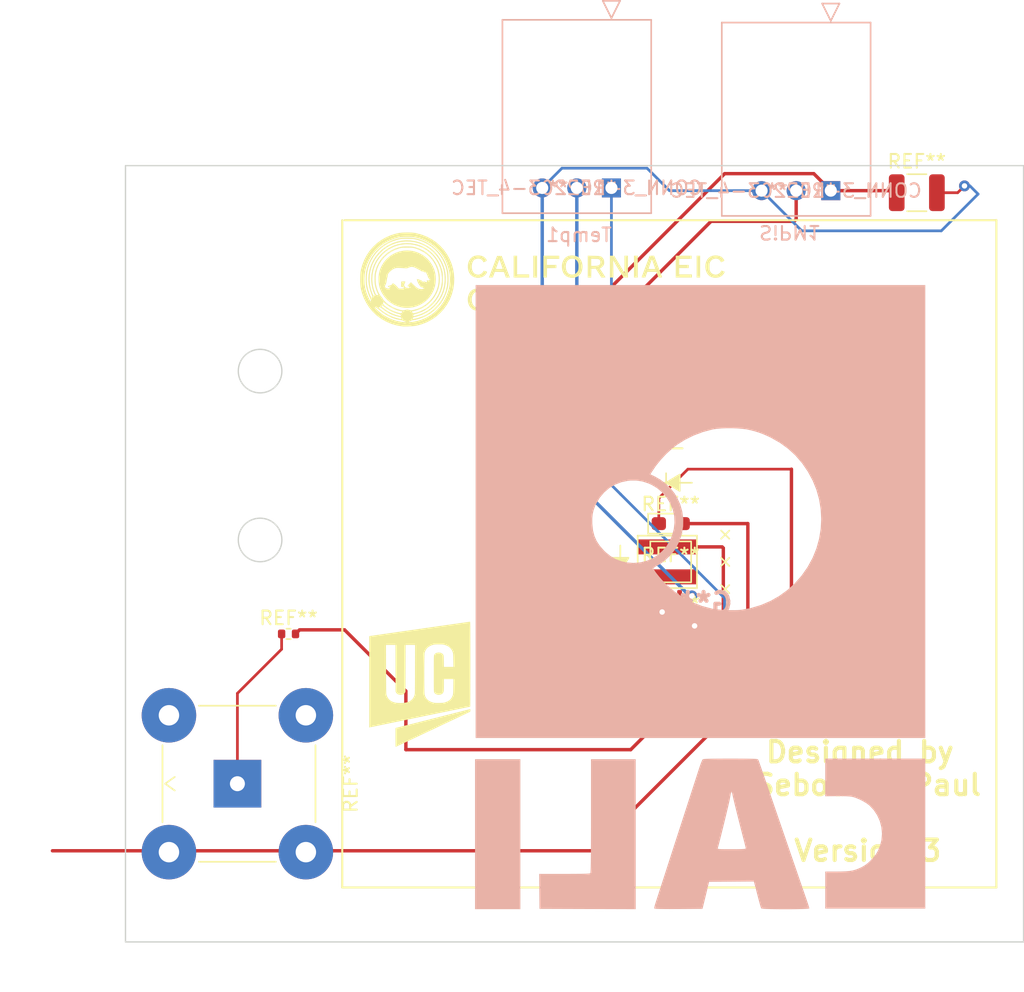
<source format=kicad_pcb>
(kicad_pcb (version 20211014) (generator pcbnew)
  (layers (0 "F.Cu" signal) (31 "B.Cu" signal) (34 "B.Paste" user) (35 "F.Paste" user) (36 "B.SilkS" user "B.Silkscreen") (37 "F.SilkS" user "F.Silkscreen") (38 "B.Mask" user) (39 "F.Mask" user) (44 "Edge.Cuts" user))
  (net 0 "")
  (footprint "Symbol:diode_direction" (layer "F.Cu") (at 103.8 52.2)
    (fp_text reference "REF**" hide)
    (fp_text value "diode_direction" hide)
  )
  (footprint "LED_SMD:LED_0603_1608Metric_Pad1.05x0.95mm_HandSolder" (layer "F.Cu") (at 103.74 55.2)
    (fp_text reference "REF**" (at 0 -1.43) (layer "F.SilkS"))
    (fp_text value "LED_0603_1608Metric_Pad1.05x0.95mm_HandSolder")
    (pad "1" smd roundrect (at -0.875 0) (size 1.05 0.95) (layers "F.Cu" "F.Paste" "F.Mask"))
    (pad "2" smd roundrect (at 0.875 0) (size 1.05 0.95) (layers "F.Cu" "F.Paste" "F.Mask"))
  )
  (footprint "" (layer "F.Cu") (at 103.09 62.7)
    (fp_text reference "" (at 0 0) (layer "F.SilkS") (effects (font (size 1.27 1.27))))
    (fp_text value "" (at 0 0) (layer "F.SilkS") (effects (font (size 1.27 1.27))))
    (pad "1" smd roundrect (at 0 0) (size 0.35 0.85) (layers "F.Cu" "F.Paste" "F.Mask"))
  )
  (footprint "Sensor:LM94021QBIMG-NOPB" (layer "F.Cu") (at 103.74 61.6)
    (fp_text reference "REF**" (at 0 -0.5 unlocked) (layer "F.SilkS"))
    (fp_text value "LM94021QBIMG-NOPB")
    (pad "1" smd roundrect (at -0.65 1.1) (size 0.35 0.85) (layers "F.Cu" "F.Paste" "F.Mask"))
    (pad "2" smd roundrect (at 0 1.1) (size 0.35 0.85) (layers "F.Cu" "F.Paste" "F.Mask"))
    (pad "3" smd roundrect (at 0.65 1.1) (size 0.35 0.85) (layers "F.Cu" "F.Paste" "F.Mask"))
    (pad "4" smd roundrect (at 0.65 -1.1) (size 0.35 0.85) (layers "F.Cu" "F.Paste" "F.Mask"))
    (pad "5" smd roundrect (at -0.65 -1.1) (size 0.35 0.85) (layers "F.Cu" "F.Paste" "F.Mask"))
  )
  (footprint "Resistor_SMD:R_0402_1005Metric" (layer "F.Cu") (at 75.69 63.3)
    (fp_text reference "REF**" (at 0 -1.17) (layer "F.SilkS"))
    (fp_text value "R_0402_1005Metric")
    (pad "1" smd roundrect (at -0.51 0) (size 0.54 0.64) (layers "F.Cu" "F.Paste" "F.Mask"))
    (pad "2" smd roundrect (at 0.51 0) (size 0.54 0.64) (layers "F.Cu" "F.Paste" "F.Mask"))
  )
  (footprint "Capacitor_SMD:C_1210_3225Metric" (layer "F.Cu") (at 121.8 30.9)
    (fp_text reference "REF**" (at 0 -2.3) (layer "F.SilkS"))
    (fp_text value "C_1210_3225Metric")
    (pad "1" smd roundrect (at -1.475 0) (size 1.15 2.7) (layers "F.Cu" "F.Paste" "F.Mask") (roundrect_rratio 0.217391))
    (pad "2" smd roundrect (at 1.475 0) (size 1.15 2.7) (layers "F.Cu" "F.Paste" "F.Mask") (roundrect_rratio 0.217391))
  )
  (footprint "Connector_Coaxial:BNC_TEConnectivity_1478035_Horizontal" (layer "F.Cu") (at 71.935 74.3 90)
    (fp_text reference "REF**" (at 0 8.3 90) (layer "F.SilkS"))
    (fp_text value "BNC_TEConnectivity_1478035_Horizontal")
    (pad "1" thru_hole rect (at 0 0 90) (size 3.5 3.5) (drill 1.1) (layers *.Cu *.Mask))
    (pad "2" thru_hole circle (at -5.025 5.025 90) (size 4 4) (drill 1.5) (layers *.Cu *.Mask))
    (pad "2" thru_hole circle (at 5.025 5.025 90) (size 4 4) (drill 1.5) (layers *.Cu *.Mask))
    (pad "2" thru_hole circle (at -5.025 -5.025 90) (size 4 4) (drill 1.5) (layers *.Cu *.Mask))
    (pad "2" thru_hole circle (at 5.025 -5.025 90) (size 4 4) (drill 1.5) (layers *.Cu *.Mask))
  )
  (footprint "" (layer "F.Cu") (at 103.09 60.5)
    (fp_text reference "" (at 0 0) (layer "F.SilkS") (effects (font (size 1.27 1.27))))
    (fp_text value "" (at 0 0) (layer "F.SilkS") (effects (font (size 1.27 1.27))))
    (pad "5" smd roundrect (at 0 0) (size 0.35 0.85) (layers "F.Cu" "F.Paste" "F.Mask"))
  )
  (footprint "Symbol:UCR_Logo_3cm" (layer "F.Cu") (at 96.6 67)
    (fp_text reference "G***" hide)
    (fp_text value "LOGO" hide)
  )
  (footprint "Symbol:consortium_logo_3cm" (layer "F.Cu") (at 94 37.2)
    (fp_text reference "G***" hide)
    (fp_text value "LOGO" hide)
  )
  (footprint "SiPM:S14160-3015PS" (layer "F.Cu") (at 103.74 58.01)
    (fp_text reference "REF**" (at 0 -0.5 unlocked) (layer "F.SilkS"))
    (fp_text value "S14160-3015PS")
    (pad "1" smd rect (at -0.25 -1.1) (size 4.3 1.1) (layers "F.Cu" "F.Paste" "F.Mask"))
    (pad "2" smd rect (at -0.25 1.1) (size 4.3 1.1) (layers "F.Cu" "F.Paste" "F.Mask"))
  )
  (footprint "Symbol:CALI_logo_4cm" (layer "B.Cu") (at 105.748809 61.050901 180)
    (fp_text reference "G***" (at 0 0) (layer "B.SilkS") (effects (font (size 1.524 1.524) (thickness 0.3)) (justify mirror)))
    (fp_text value "LOGO" hide)
  )
  (footprint "AMPMODU:3-102203-4" (layer "B.Cu") (at 115.4875 30.7501 180)
    (fp_text reference "REF**" (at 2.54 0) (layer "B.SilkS") (effects (justify mirror)))
    (fp_text value "CONN_3-102203-4_TEC" (at 2.54 0) (layer "B.SilkS") (effects (justify mirror)))
    (fp_text user "*" (at 0 0) (layer "B.SilkS") (effects (justify mirror)))
    (pad "1" thru_hole rect locked (at 0 0 180) (size 1.397 1.397) (drill 0.889) (layers *.Cu *.Mask))
    (pad "2" thru_hole circle locked (at 2.54 0 180) (size 1.397 1.397) (drill 0.889) (layers *.Cu *.Mask))
    (pad "3" thru_hole circle locked (at 5.08 0 180) (size 1.397 1.397) (drill 0.889) (layers *.Cu *.Mask))
  )
  (footprint "AMPMODU:3-102203-4" (layer "B.Cu") (at 99.3875 30.5501 180)
    (fp_text reference "REF**" (at 2.54 0) (layer "B.SilkS") (effects (justify mirror)))
    (fp_text value "CONN_3-102203-4_TEC" (at 2.54 0) (layer "B.SilkS") (effects (justify mirror)))
    (fp_text user "*" (at 0 0) (layer "B.SilkS") (effects (justify mirror)))
    (pad "1" thru_hole rect locked (at 0 0 180) (size 1.397 1.397) (drill 0.889) (layers *.Cu *.Mask))
    (pad "2" thru_hole circle locked (at 2.54 0 180) (size 1.397 1.397) (drill 0.889) (layers *.Cu *.Mask))
    (pad "3" thru_hole circle locked (at 5.08 0 180) (size 1.397 1.397) (drill 0.889) (layers *.Cu *.Mask))
  )
  (gr_line (start 79.63 32.92) (end 79.63 81.92) (layer "F.SilkS") (width 0.15))
  (gr_line (start 127.64 81.92) (end 79.63 81.92) (layer "F.SilkS") (width 0.15))
  (gr_line (start 79.8 32.92) (end 127.64 32.92) (layer "F.SilkS") (width 0.15))
  (gr_line (start 127.64 81.92) (end 127.64 32.91) (layer "F.SilkS") (width 0.15))
  (gr_circle (center 73.6 56.4) (end 75.2 56.4) (layer "Edge.Cuts") (width 0.1) (fill none))
  (gr_rect (start 63.72 28.91) (end 129.64 85.92) (layer "Edge.Cuts") (width 0.1) (fill none))
  (gr_circle (center 73.6 44) (end 75.2 44) (layer "Edge.Cuts") (width 0.1) (fill none))
  (gr_text "SiPM1" (at 112.5 33.8 -180) (layer "B.SilkS") (effects (font (size 1 1)) (justify mirror)))
  (gr_text "Temp1" (at 97 34) (layer "B.SilkS") (effects (font (size 1 1)) (justify mirror)))
  (gr_text "Designed by \nSebouh J Paul\n\nVersion 3" (at 118.2 75.6) (layer "F.SilkS") (effects (font (size 1.5 1.5) (thickness 0.3))))
  (gr_text "1" (at 103.74 48.29) (layer "F.SilkS") (effects (font (size 3 3))))
  (segment (start 107 64.4) (end 107.6 63.8) (width 0.25) (layer "F.Cu") (net 0))
  (segment (start 112.8 33) (end 112.9475 32.8525) (width 0.25) (layer "F.Cu") (net 0))
  (segment (start 107.7 29.5) (end 114.2374 29.5) (width 0.25) (layer "F.Cu") (net 0))
  (segment (start 120.1751 30.7501) (end 120.325 30.9) (width 0.25) (layer "F.Cu") (net 0))
  (segment (start 102.865 53.335) (end 105 51.2) (width 0.2) (layer "F.Cu") (net 0))
  (segment (start 96.55 43.15) (end 106.7 33) (width 0.25) (layer "F.Cu") (net 0))
  (segment (start 100.49 59.11) (end 100.49 59.09) (width 0.25) (layer "F.Cu") (net 0))
  (segment (start 106.7 33) (end 112.8 33) (width 0.25) (layer "F.Cu") (net 0))
  (segment (start 103.49 59.11) (end 100.49 59.11) (width 0.25) (layer "F.Cu") (net 0))
  (segment (start 114.2374 29.5) (end 115.4875 30.7501) (width 0.25) (layer "F.Cu") (net 0))
  (segment (start 100.8 71.8) (end 84.3 71.8) (width 0.25) (layer "F.Cu") (net 0))
  (segment (start 103.11 62.57) (end 103.11 61.69) (width 0.25) (layer "F.Cu") (net 0))
  (segment (start 123.275 30.9) (end 124.8 30.9) (width 0.2) (layer "F.Cu") (net 0))
  (segment (start 124.8 30.9) (end 125.3 30.4) (width 0.2) (layer "F.Cu") (net 0))
  (segment (start 96.85 64.4) (end 107 64.4) (width 0.25) (layer "F.Cu") (net 0))
  (segment (start 115.4875 30.7501) (end 120.1751 30.7501) (width 0.25) (layer "F.Cu") (net 0))
  (segment (start 107.51 56.91) (end 103.49 56.91) (width 0.25) (layer "F.Cu") (net 0))
  (segment (start 112.6 64.6) (end 97.975 79.225) (width 0.25) (layer "F.Cu") (net 0))
  (segment (start 109.4 63.2) (end 100.8 71.8) (width 0.25) (layer "F.Cu") (net 0))
  (segment (start 97.975 79.225) (end 58.36 79.225) (width 0.25) (layer "F.Cu") (net 0))
  (segment (start 104.41 60.48) (end 105.26 60.48) (width 0.25) (layer "F.Cu") (net 0))
  (segment (start 112.9475 32.8525) (end 112.9475 30.7501) (width 0.25) (layer "F.Cu") (net 0))
  (segment (start 103.11 61.69) (end 103.11 60.54) (width 0.25) (layer "F.Cu") (net 0))
  (segment (start 96.55 55.15) (end 96.55 43.15) (width 0.25) (layer "F.Cu") (net 0))
  (segment (start 104.41 62.68) (end 105.46 62.68) (width 0.25) (layer "F.Cu") (net 0))
  (segment (start 107.6 63.8) (end 107.6 57) (width 0.25) (layer "F.Cu") (net 0))
  (segment (start 104.815 55.2) (end 109.4 55.2) (width 0.25) (layer "F.Cu") (net 0))
  (segment (start 100.49 59.09) (end 96.55 55.15) (width 0.25) (layer "F.Cu") (net 0))
  (segment (start 76.5 63) (end 76.2 63.3) (width 0.25) (layer "F.Cu") (net 0))
  (segment (start 75.18 63.3) (end 75.18 64.42) (width 0.2) (layer "F.Cu") (net 0))
  (segment (start 103.76 62.57) (end 103.11 62.57) (width 0.25) (layer "F.Cu") (net 0))
  (segment (start 75.18 64.42) (end 71.935 67.665) (width 0.2) (layer "F.Cu") (net 0))
  (segment (start 112.6 51.2) (end 112.6 64.6) (width 0.25) (layer "F.Cu") (net 0))
  (segment (start 79.8 63) (end 76.5 63) (width 0.25) (layer "F.Cu") (net 0))
  (segment (start 95.575 63.125) (end 96.85 64.4) (width 0.25) (layer "F.Cu") (net 0))
  (segment (start 109.4 55.2) (end 109.4 63.2) (width 0.25) (layer "F.Cu") (net 0))
  (segment (start 102.865 55.2) (end 102.865 53.335) (width 0.2) (layer "F.Cu") (net 0))
  (segment (start 107.6 57) (end 107.51 56.91) (width 0.25) (layer "F.Cu") (net 0))
  (segment (start 84.3 67.5) (end 79.8 63) (width 0.25) (layer "F.Cu") (net 0))
  (segment (start 71.935 67.665) (end 71.935 73.5) (width 0.2) (layer "F.Cu") (net 0))
  (segment (start 84.3 71.8) (end 84.3 67.5) (width 0.25) (layer "F.Cu") (net 0))
  (segment (start 95.575 41.625) (end 107.7 29.5) (width 0.25) (layer "F.Cu") (net 0))
  (segment (start 95.575 63.125) (end 95.575 41.625) (width 0.25) (layer "F.Cu") (net 0))
  (segment (start 105 51.2) (end 112.6 51.2) (width 0.2) (layer "F.Cu") (net 0))
  (via (at 105.49 62.71) (size 0.8) (drill 0.4) (layers "F.Cu" "B.Cu") (net 0))
  (via (at 125.3 30.4) (size 0.8) (drill 0.4) (layers "F.Cu" "B.Cu") (net 0))
  (via (at 105.29 60.51) (size 0.8) (drill 0.4) (layers "F.Cu" "B.Cu") (net 0))
  (via (at 103.11 61.69) (size 0.8) (drill 0.4) (layers "F.Cu" "B.Cu") (net 0))
  (segment (start 110.4075 30.7501) (end 103.6501 30.7501) (width 0.2) (layer "B.Cu") (net 0))
  (segment (start 103.11 61.69) (end 94.3075 52.8875) (width 0.25) (layer "B.Cu") (net 0))
  (segment (start 107.69 62.71) (end 107.69 60.67) (width 0.2) (layer "B.Cu") (net 0))
  (segment (start 95.7576 29.1) (end 94.3075 30.5501) (width 0.2) (layer "B.Cu") (net 0))
  (segment (start 113.3574 33.7) (end 113.4 33.7) (width 0.2) (layer "B.Cu") (net 0))
  (segment (start 94.3075 52.8875) (end 94.3075 30.5501) (width 0.25) (layer "B.Cu") (net 0))
  (segment (start 105.13 60.51) (end 96.8475 52.2275) (width 0.25) (layer "B.Cu") (net 0))
  (segment (start 96.8475 52.2275) (end 96.8475 30.5501) (width 0.25) (layer "B.Cu") (net 0))
  (segment (start 107.69 60.67) (end 106.41 59.39) (width 0.2) (layer "B.Cu") (net 0))
  (segment (start 102 29.1) (end 95.7576 29.1) (width 0.2) (layer "B.Cu") (net 0))
  (segment (start 99.3875 52.3675) (end 99.3875 30.5501) (width 0.2) (layer "B.Cu") (net 0))
  (segment (start 100.06 53.04) (end 99.3875 52.3675) (width 0.2) (layer "B.Cu") (net 0))
  (segment (start 106.41 59.39) (end 100.06 53.04) (width 0.2) (layer "B.Cu") (net 0))
  (segment (start 113.4 33.7) (end 123.6 33.7) (width 0.2) (layer "B.Cu") (net 0))
  (segment (start 107.69 62.71) (end 105.49 62.71) (width 0.2) (layer "B.Cu") (net 0))
  (segment (start 110.4075 30.7501) (end 113.3574 33.7) (width 0.2) (layer "B.Cu") (net 0))
  (segment (start 123.6 33.7) (end 126.3 31) (width 0.2) (layer "B.Cu") (net 0))
  (segment (start 103.6501 30.7501) (end 102 29.1) (width 0.2) (layer "B.Cu") (net 0))
  (segment (start 125.7 30.4) (end 125.3 30.4) (width 0.2) (layer "B.Cu") (net 0))
  (segment (start 126.3 31) (end 125.7 30.4) (width 0.2) (layer "B.Cu") (net 0))
)
</source>
